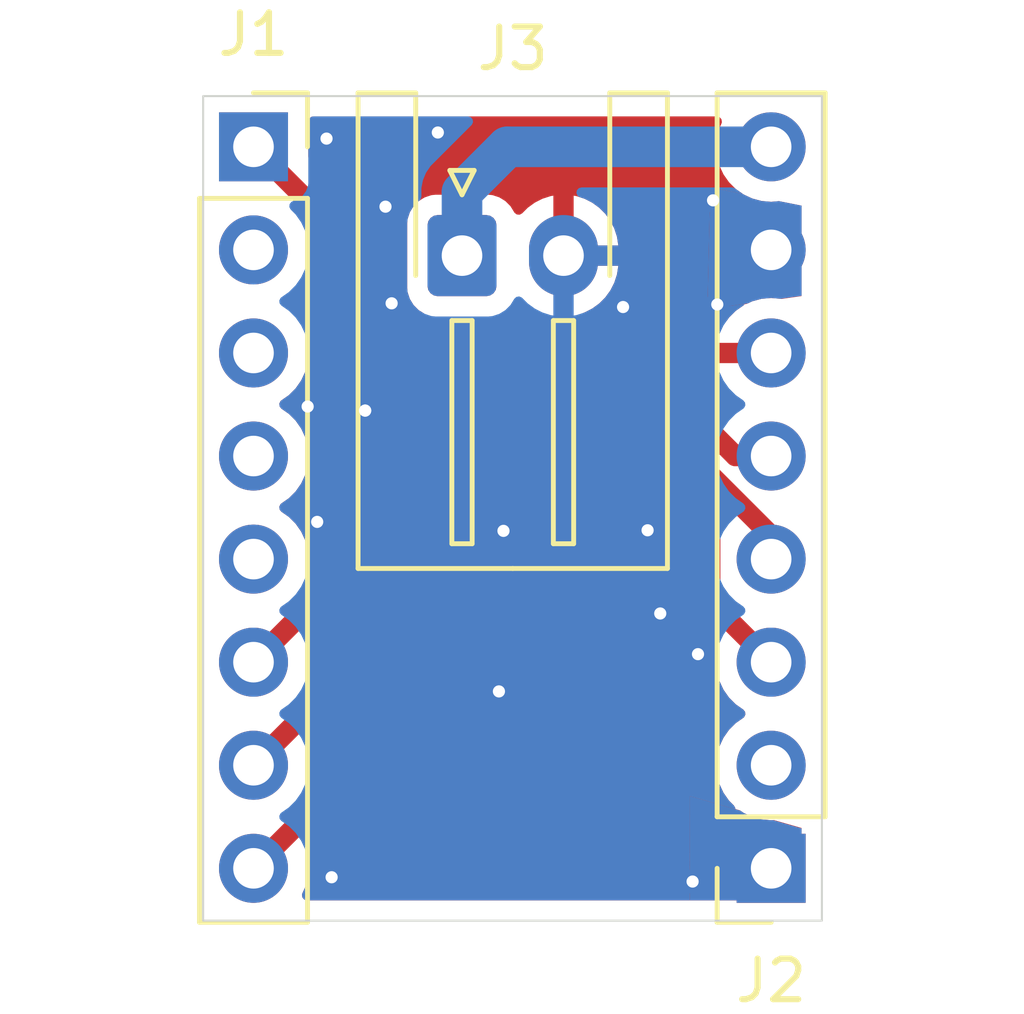
<source format=kicad_pcb>
(kicad_pcb (version 20240108) (generator "pcbnew") (generator_version "8.0")
  (layers (0 "F.Cu" signal) (31 "B.Cu" signal) (34 "B.Paste" user) (35 "F.Paste" user) (36 "B.SilkS" user "B.Silkscreen") (37 "F.SilkS" user "F.Silkscreen") (38 "B.Mask" user) (39 "F.Mask" user) (44 "Edge.Cuts" user))
  (net 0 "")
  (net 1 "Net-(J1-Pin_6)")
  (net 2 "Net-(J1-Pin_8)")
  (net 3 "Net-(J1-Pin_1)")
  (net 6 "Net-(J1-Pin_7)")
  (net 9 "Net-(J2-Pin_8)")
  (net 10 "GND")
  (footprint "Connector_PinSocket_2.54mm:PinSocket_1x08_P2.54mm_Vertical" (layer "F.Cu") (at 101.75 93)
    (property "Reference" "J1" (at 0 -2.77 0) (layer "F.SilkS"))
    (property "Value" "Conn_01x08_Pin")
    (fp_line (start -1.33 1.27) (end -1.33 19.11) (stroke (width 0.12)) (layer "F.SilkS"))
    (fp_line (start -1.33 1.27) (end 1.33 1.27) (stroke (width 0.12)) (layer "F.SilkS"))
    (fp_line (start -1.33 19.11) (end 1.33 19.11) (stroke (width 0.12)) (layer "F.SilkS"))
    (fp_line (start 0 -1.33) (end 1.33 -1.33) (stroke (width 0.12)) (layer "F.SilkS"))
    (fp_line (start 1.33 -1.33) (end 1.33 0) (stroke (width 0.12)) (layer "F.SilkS"))
    (fp_line (start 1.33 1.27) (end 1.33 19.11) (stroke (width 0.12)) (layer "F.SilkS"))
    (pad "1" thru_hole rect (at 0 0) (size 1.7 1.7) (drill 1) (layers "*.Cu" "*.Mask") (net 3 "Net-(J1-Pin_1)"))
    (pad "2" thru_hole oval (at 0 2.54) (size 1.7 1.7) (drill 1) (layers "*.Cu" "*.Mask"))
    (pad "3" thru_hole oval (at 0 5.08) (size 1.7 1.7) (drill 1) (layers "*.Cu" "*.Mask"))
    (pad "4" thru_hole oval (at 0 7.62) (size 1.7 1.7) (drill 1) (layers "*.Cu" "*.Mask"))
    (pad "5" thru_hole oval (at 0 10.16) (size 1.7 1.7) (drill 1) (layers "*.Cu" "*.Mask"))
    (pad "6" thru_hole oval (at 0 12.7) (size 1.7 1.7) (drill 1) (layers "*.Cu" "*.Mask") (net 1 "Net-(J1-Pin_6)"))
    (pad "7" thru_hole oval (at 0 15.24) (size 1.7 1.7) (drill 1) (layers "*.Cu" "*.Mask") (net 6 "Net-(J1-Pin_7)"))
    (pad "8" thru_hole oval (at 0 17.78) (size 1.7 1.7) (drill 1) (layers "*.Cu" "*.Mask") (net 2 "Net-(J1-Pin_8)"))
  )
  (footprint "Connector_PinSocket_2.54mm:PinSocket_1x08_P2.54mm_Vertical" (layer "F.Cu") (at 114.5 110.78 180)
    (property "Reference" "J2" (at 0 -2.77 180) (layer "F.SilkS"))
    (property "Value" "Conn_01x08_Pin")
    (fp_line (start 1.33 1.27) (end 1.33 19.11) (stroke (width 0.12)) (layer "F.SilkS"))
    (fp_line (start 1.33 -1.33) (end 1.33 0) (stroke (width 0.12)) (layer "F.SilkS"))
    (fp_line (start 0 -1.33) (end 1.33 -1.33) (stroke (width 0.12)) (layer "F.SilkS"))
    (fp_line (start -1.33 19.11) (end 1.33 19.11) (stroke (width 0.12)) (layer "F.SilkS"))
    (fp_line (start -1.33 1.27) (end 1.33 1.27) (stroke (width 0.12)) (layer "F.SilkS"))
    (fp_line (start -1.33 1.27) (end -1.33 19.11) (stroke (width 0.12)) (layer "F.SilkS"))
    (pad "1" thru_hole rect (at 0 0 180) (size 1.7 1.7) (drill 1) (layers "*.Cu" "*.Mask") (net 10 "GND"))
    (pad "2" thru_hole oval (at 0 2.54 180) (size 1.7 1.7) (drill 1) (layers "*.Cu" "*.Mask"))
    (pad "3" thru_hole oval (at 0 5.08 180) (size 1.7 1.7) (drill 1) (layers "*.Cu" "*.Mask") (net 2 "Net-(J1-Pin_8)"))
    (pad "4" thru_hole oval (at 0 7.62 180) (size 1.7 1.7) (drill 1) (layers "*.Cu" "*.Mask") (net 6 "Net-(J1-Pin_7)"))
    (pad "5" thru_hole oval (at 0 10.16 180) (size 1.7 1.7) (drill 1) (layers "*.Cu" "*.Mask") (net 1 "Net-(J1-Pin_6)"))
    (pad "6" thru_hole oval (at 0 12.7 180) (size 1.7 1.7) (drill 1) (layers "*.Cu" "*.Mask") (net 3 "Net-(J1-Pin_1)"))
    (pad "7" thru_hole oval (at 0 15.24 180) (size 1.7 1.7) (drill 1) (layers "*.Cu" "*.Mask") (net 10 "GND"))
    (pad "8" thru_hole oval (at 0 17.78 180) (size 1.7 1.7) (drill 1) (layers "*.Cu" "*.Mask") (net 9 "Net-(J2-Pin_8)"))
  )
  (footprint "Connector_JST:JST_XH_S2B-XH-A-1_1x02_P2.50mm_Horizontal" (layer "F.Cu") (at 106.88562 95.68092)
    (property "Reference" "J3" (at 1.25 -5.1 0) (layer "F.SilkS"))
    (property "Value" "Conn_01x02_Pin")
    (fp_line (start -2.56 -4.01) (end -1.14 -4.01) (stroke (width 0.12)) (layer "F.SilkS"))
    (fp_line (start -2.56 7.71) (end -2.56 -4.01) (stroke (width 0.12)) (layer "F.SilkS"))
    (fp_line (start -1.14 -4.01) (end -1.14 0.49) (stroke (width 0.12)) (layer "F.SilkS"))
    (fp_line (start -0.3 -2.1) (end 0.3 -2.1) (stroke (width 0.12)) (layer "F.SilkS"))
    (fp_line (start -0.25 1.6) (end -0.25 7.1) (stroke (width 0.12)) (layer "F.SilkS"))
    (fp_line (start -0.25 7.1) (end 0.25 7.1) (stroke (width 0.12)) (layer "F.SilkS"))
    (fp_line (start 0 -1.5) (end -0.3 -2.1) (stroke (width 0.12)) (layer "F.SilkS"))
    (fp_line (start 0.25 1.6) (end -0.25 1.6) (stroke (width 0.12)) (layer "F.SilkS"))
    (fp_line (start 0.25 7.1) (end 0.25 1.6) (stroke (width 0.12)) (layer "F.SilkS"))
    (fp_line (start 0.3 -2.1) (end 0 -1.5) (stroke (width 0.12)) (layer "F.SilkS"))
    (fp_line (start 1.25 7.71) (end -2.56 7.71) (stroke (width 0.12)) (layer "F.SilkS"))
    (fp_line (start 1.25 7.71) (end 5.06 7.71) (stroke (width 0.12)) (layer "F.SilkS"))
    (fp_line (start 2.25 1.6) (end 2.25 7.1) (stroke (width 0.12)) (layer "F.SilkS"))
    (fp_line (start 2.25 7.1) (end 2.75 7.1) (stroke (width 0.12)) (layer "F.SilkS"))
    (fp_line (start 2.75 1.6) (end 2.25 1.6) (stroke (width 0.12)) (layer "F.SilkS"))
    (fp_line (start 2.75 7.1) (end 2.75 1.6) (stroke (width 0.12)) (layer "F.SilkS"))
    (fp_line (start 3.64 -4.01) (end 3.64 0.49) (stroke (width 0.12)) (layer "F.SilkS"))
    (fp_line (start 5.06 -4.01) (end 3.64 -4.01) (stroke (width 0.12)) (layer "F.SilkS"))
    (fp_line (start 5.06 7.71) (end 5.06 -4.01) (stroke (width 0.12)) (layer "F.SilkS"))
    (pad "1" thru_hole roundrect (at 0 0) (size 1.7 2) (drill 1) (layers "*.Cu" "*.Mask") (roundrect_rratio 0.147059) (net 9 "Net-(J2-Pin_8)"))
    (pad "2" thru_hole oval (at 2.5 0) (size 1.7 2) (drill 1) (layers "*.Cu" "*.Mask") (net 10 "GND"))
  )
  (gr_rect (start 100.51 91.75) (end 115.75 112.07) (stroke (width 0.05)) (fill none) (layer "Edge.Cuts"))
  (segment (start 104.5 101.5) (end 104.5 102.95) (width 0.5) (layer "F.Cu") (net 1))
  (segment (start 104.5 102.95) (end 101.75 105.7) (width 0.5) (layer "F.Cu") (net 1))
  (segment (start 114.5 100.62) (end 113.62 100.62) (width 0.5) (layer "F.Cu") (net 1))
  (segment (start 107 99) (end 104.5 101.5) (width 0.5) (layer "F.Cu") (net 1))
  (segment (start 112 99) (end 107 99) (width 0.5) (layer "F.Cu") (net 1))
  (segment (start 113.62 100.62) (end 112 99) (width 0.5) (layer "F.Cu") (net 1))
  (segment (start 111.625 101) (end 107.7 101) (width 0.5) (layer "F.Cu") (net 2))
  (segment (start 106.5 106.03) (end 101.75 110.78) (width 0.5) (layer "F.Cu") (net 2))
  (segment (start 106.5 102.2) (end 106.5 106.03) (width 0.5) (layer "F.Cu") (net 2))
  (segment (start 113 104.2) (end 113 102.375) (width 0.5) (layer "F.Cu") (net 2))
  (segment (start 113 102.375) (end 111.625 101) (width 0.5) (layer "F.Cu") (net 2))
  (segment (start 114.5 105.7) (end 113 104.2) (width 0.5) (layer "F.Cu") (net 2))
  (segment (start 107.7 101) (end 106.5 102.2) (width 0.5) (layer "F.Cu") (net 2))
  (segment (start 104 95.25) (end 104 97.5) (width 0.5) (layer "F.Cu") (net 3))
  (segment (start 101.75 93) (end 104 95.25) (width 0.5) (layer "F.Cu") (net 3))
  (segment (start 104.58 98.08) (end 114.5 98.08) (width 0.5) (layer "F.Cu") (net 3))
  (segment (start 104 97.5) (end 104.58 98.08) (width 0.5) (layer "F.Cu") (net 3))
  (segment (start 107.5 100) (end 105.5 102) (width 0.5) (layer "F.Cu") (net 6))
  (segment (start 105.5 104.49) (end 101.75 108.24) (width 0.5) (layer "F.Cu") (net 6))
  (segment (start 114.5 103.16) (end 114.5 102.58) (width 0.5) (layer "F.Cu") (net 6))
  (segment (start 111.92 100) (end 107.5 100) (width 0.5) (layer "F.Cu") (net 6))
  (segment (start 105.5 102) (end 105.5 104.49) (width 0.5) (layer "F.Cu") (net 6))
  (segment (start 114.5 102.58) (end 111.92 100) (width 0.5) (layer "F.Cu") (net 6))
  (segment (start 106.88562 94.11438) (end 106.88562 95.68092) (width 1) (layer "B.Cu") (net 9))
  (segment (start 114.5 93) (end 108 93) (width 1) (layer "B.Cu") (net 9))
  (segment (start 108 93) (end 106.88562 94.11438) (width 1) (layer "B.Cu") (net 9))
  (via (at 107.795012 106.420303) (size 0.6) (drill 0.3) (layers "F.Cu" "B.Cu") (net 10))
  (via (at 113.173587 96.885244) (size 0.6) (drill 0.3) (layers "F.Cu" "B.Cu") (net 10))
  (via (at 111.456999 102.449637) (size 0.6) (drill 0.3) (layers "F.Cu" "B.Cu") (net 10))
  (via (at 105.000956 94.474962) (size 0.6) (drill 0.3) (layers "F.Cu" "B.Cu") (net 10))
  (via (at 103.548773 92.797441) (size 0.6) (drill 0.3) (layers "F.Cu" "B.Cu") (net 10))
  (via (at 113.069263 94.318887) (size 0.6) (drill 0.3) (layers "F.Cu" "B.Cu") (net 10))
  (via (at 110.852675 96.947838) (size 0.6) (drill 0.3) (layers "F.Cu" "B.Cu") (net 10))
  (via (at 103.083874 99.399906) (size 0.6) (drill 0.3) (layers "F.Cu" "B.Cu") (net 10))
  (via (at 112.698214 105.502257) (size 0.6) (drill 0.3) (layers "F.Cu" "B.Cu") (net 10))
  (via (at 104.5 99.5) (size 0.6) (drill 0.3) (layers "F.Cu" "B.Cu") (net 10))
  (via (at 111.76852 104.499883) (size 0.6) (drill 0.3) (layers "F.Cu" "B.Cu") (net 10))
  (via (at 107.907104 102.464127) (size 0.6) (drill 0.3) (layers "F.Cu" "B.Cu") (net 10))
  (via (at 106.290394 92.647215) (size 0.6) (drill 0.3) (layers "F.Cu" "B.Cu") (net 10))
  (via (at 103.674222 111) (size 0.6) (drill 0.3) (layers "F.Cu" "B.Cu") (net 10))
  (via (at 105.152255 96.856438) (size 0.6) (drill 0.3) (layers "F.Cu" "B.Cu") (net 10))
  (via (at 104.5 99.5) (size 0.6) (drill 0.3) (layers "F.Cu" "B.Cu") (net 10))
  (via (at 112.5655 111.105828) (size 0.6) (drill 0.3) (layers "F.Cu" "B.Cu") (net 10))
  (via (at 103.318602 102.24272) (size 0.6) (drill 0.3) (layers "F.Cu" "B.Cu") (net 10))
  (zone (net 10) (net_name "GND") (layer "F.Cu") (priority 3) (connect_pads yes (clearance 0.5)) (min_thickness 0.25) (fill yes (thermal_gap 0.5) (thermal_bridge_width 0.5))
    (polygon (pts (xy 112.5 109) (xy 115.519202 109.862818) (xy 115.5 112) (xy 112.5 112)))
  )
  (zone (net 10) (net_name "GND") (layer "F.Cu") (priority 2) (connect_pads yes (clearance 0.5)) (min_thickness 0.25) (fill yes (thermal_gap 0.5) (thermal_bridge_width 0.5) (island_removal_mode 1) (island_area_min 10))
    (polygon (pts (xy 113 94) (xy 115.5 94.5) (xy 115.500753 96.641622) (xy 113 97)))
  )
  (zone (net 10) (net_name "GND") (layer "F.Cu") (priority 1) (connect_pads (clearance 0.5)) (min_thickness 0.25) (fill yes (thermal_gap 0.5) (thermal_bridge_width 0.5))
    (polygon (pts (xy 100.5 91.5) (xy 116 91.5) (xy 116 112) (xy 100.5 112)))
  )
  (zone (net 10) (net_name "GND") (layer "B.Cu") (priority 4) (connect_pads yes (clearance 0.5)) (min_thickness 0.25) (fill yes (thermal_gap 0.5) (thermal_bridge_width 0.5) (island_removal_mode 1) (island_area_min 10))
    (polygon (pts (xy 113 94) (xy 115.5 94.5) (xy 115.486082 96.636591) (xy 112.930319 97)))
  )
  (zone (net 10) (net_name "GND") (layer "B.Cu") (connect_pads (clearance 0.5)) (min_thickness 0.25) (fill yes (thermal_gap 0.5) (thermal_bridge_width 0.5))
    (polygon (pts (xy 100.5 91.5) (xy 116 91.5) (xy 116 112) (xy 100.5 112)))
  )
  (zone (net 10) (net_name "GND") (layer "B.Cu") (priority 5) (connect_pads yes (clearance 0.5)) (min_thickness 0.25) (fill yes (thermal_gap 0.5) (thermal_bridge_width 0.5))
    (polygon (pts (xy 112.5 109) (xy 115.506206 109.87073) (xy 115.514757 111.818632) (xy 112.496138 111.609006)))
  )
)
</source>
